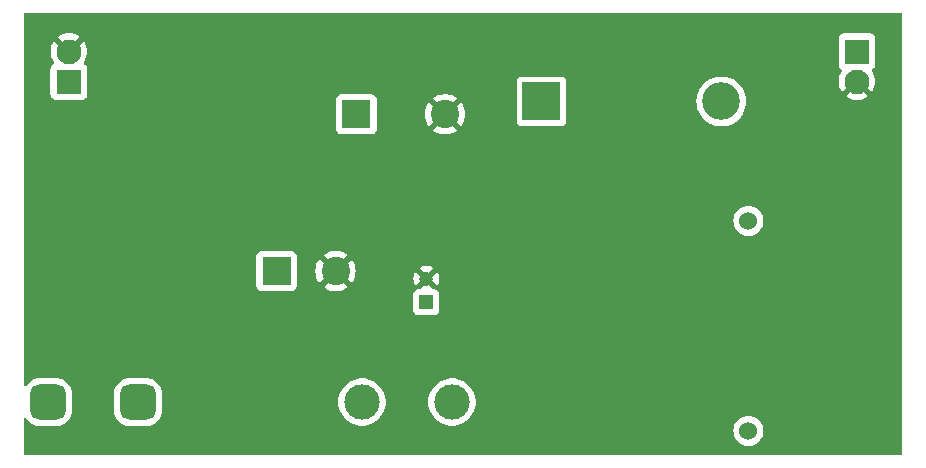
<source format=gbr>
%TF.GenerationSoftware,KiCad,Pcbnew,7.0.7*%
%TF.CreationDate,2023-09-13T14:32:16-04:00*%
%TF.ProjectId,Alim5,416c696d-352e-46b6-9963-61645f706362,rev?*%
%TF.SameCoordinates,Original*%
%TF.FileFunction,Copper,L4,Bot*%
%TF.FilePolarity,Positive*%
%FSLAX46Y46*%
G04 Gerber Fmt 4.6, Leading zero omitted, Abs format (unit mm)*
G04 Created by KiCad (PCBNEW 7.0.7) date 2023-09-13 14:32:16*
%MOMM*%
%LPD*%
G01*
G04 APERTURE LIST*
G04 Aperture macros list*
%AMRoundRect*
0 Rectangle with rounded corners*
0 $1 Rounding radius*
0 $2 $3 $4 $5 $6 $7 $8 $9 X,Y pos of 4 corners*
0 Add a 4 corners polygon primitive as box body*
4,1,4,$2,$3,$4,$5,$6,$7,$8,$9,$2,$3,0*
0 Add four circle primitives for the rounded corners*
1,1,$1+$1,$2,$3*
1,1,$1+$1,$4,$5*
1,1,$1+$1,$6,$7*
1,1,$1+$1,$8,$9*
0 Add four rect primitives between the rounded corners*
20,1,$1+$1,$2,$3,$4,$5,0*
20,1,$1+$1,$4,$5,$6,$7,0*
20,1,$1+$1,$6,$7,$8,$9,0*
20,1,$1+$1,$8,$9,$2,$3,0*%
G04 Aperture macros list end*
%TA.AperFunction,ComponentPad*%
%ADD10C,1.524000*%
%TD*%
%TA.AperFunction,ComponentPad*%
%ADD11R,2.100000X2.100000*%
%TD*%
%TA.AperFunction,ComponentPad*%
%ADD12C,2.100000*%
%TD*%
%TA.AperFunction,ComponentPad*%
%ADD13RoundRect,0.750000X-0.750000X-0.750000X0.750000X-0.750000X0.750000X0.750000X-0.750000X0.750000X0*%
%TD*%
%TA.AperFunction,ComponentPad*%
%ADD14C,3.000000*%
%TD*%
%TA.AperFunction,ComponentPad*%
%ADD15R,2.400000X2.400000*%
%TD*%
%TA.AperFunction,ComponentPad*%
%ADD16C,2.400000*%
%TD*%
%TA.AperFunction,ComponentPad*%
%ADD17R,3.200000X3.200000*%
%TD*%
%TA.AperFunction,ComponentPad*%
%ADD18O,3.200000X3.200000*%
%TD*%
%TA.AperFunction,ComponentPad*%
%ADD19R,1.200000X1.200000*%
%TD*%
%TA.AperFunction,ComponentPad*%
%ADD20C,1.200000*%
%TD*%
%TA.AperFunction,ViaPad*%
%ADD21C,0.800000*%
%TD*%
%TA.AperFunction,Conductor*%
%ADD22C,0.250000*%
%TD*%
G04 APERTURE END LIST*
D10*
%TO.P,L1,1,1*%
%TO.N,Net-(U1-Ipk_Sense)*%
X166150000Y-121142000D03*
%TO.P,L1,2,2*%
%TO.N,Net-(D1-A)*%
X166150000Y-103362000D03*
%TD*%
D11*
%TO.P,J3,1,Pin_1*%
%TO.N,Net-(D1-K)*%
X175340000Y-89030000D03*
D12*
%TO.P,J3,2,Pin_2*%
%TO.N,GND*%
X175340000Y-91570000D03*
%TD*%
D13*
%TO.P,F1,1*%
%TO.N,Net-(J1-Pin_1)*%
X106850000Y-118700000D03*
X114470000Y-118700000D03*
D14*
%TO.P,F1,2*%
%TO.N,Net-(U1-VCC)*%
X133440000Y-118700000D03*
X141060000Y-118700000D03*
%TD*%
D15*
%TO.P,C1,1*%
%TO.N,Net-(U1-VCC)*%
X126200000Y-107610000D03*
D16*
%TO.P,C1,2*%
%TO.N,GND*%
X131200000Y-107610000D03*
%TD*%
D17*
%TO.P,D1,1,K*%
%TO.N,Net-(D1-K)*%
X148630000Y-93250000D03*
D18*
%TO.P,D1,2,A*%
%TO.N,Net-(D1-A)*%
X163870000Y-93250000D03*
%TD*%
D11*
%TO.P,J1,1,Pin_1*%
%TO.N,Net-(J1-Pin_1)*%
X108620000Y-91570000D03*
D12*
%TO.P,J1,2,Pin_2*%
%TO.N,GND*%
X108620000Y-89030000D03*
%TD*%
D15*
%TO.P,C3,1*%
%TO.N,Net-(D1-K)*%
X132967246Y-94330000D03*
D16*
%TO.P,C3,2*%
%TO.N,GND*%
X140467246Y-94330000D03*
%TD*%
D19*
%TO.P,C2,1*%
%TO.N,Net-(U1-timing_capacitor)*%
X138890000Y-110252600D03*
D20*
%TO.P,C2,2*%
%TO.N,GND*%
X138890000Y-108252600D03*
%TD*%
D21*
%TO.N,GND*%
X128624803Y-95700000D03*
X128624803Y-115700000D03*
X144460000Y-108780000D03*
X118624803Y-95700000D03*
X168624803Y-100700000D03*
X150070000Y-107510000D03*
X153624803Y-115700000D03*
X173624803Y-120700000D03*
X153624803Y-95700000D03*
X163624803Y-115700000D03*
X158624803Y-115700000D03*
X108624803Y-105700000D03*
X168624803Y-95700000D03*
X123624803Y-120700000D03*
X108624803Y-110700000D03*
X143624803Y-100700000D03*
X148624803Y-90700000D03*
X163624803Y-120700000D03*
X138624803Y-115700000D03*
X123624803Y-115700000D03*
X173624803Y-110700000D03*
X158624803Y-95700000D03*
X118624803Y-120700000D03*
X113624803Y-95700000D03*
X128624803Y-90700000D03*
X163624803Y-100700000D03*
X118624803Y-105700000D03*
X118624803Y-100700000D03*
X168624803Y-120700000D03*
X121710000Y-89030000D03*
X123624803Y-105700000D03*
X168624803Y-115700000D03*
X158624803Y-110700000D03*
X123624803Y-90700000D03*
X173624803Y-105700000D03*
X158624803Y-120700000D03*
X128624803Y-105700000D03*
X118624803Y-115700000D03*
X163624803Y-105700000D03*
X138624803Y-90700000D03*
X153624803Y-100700000D03*
X143624803Y-95700000D03*
X118624803Y-110700000D03*
X173624803Y-115700000D03*
X133624803Y-90700000D03*
X150070000Y-104970000D03*
X153624803Y-90700000D03*
X108624803Y-100700000D03*
X108624803Y-95700000D03*
X113624803Y-90700000D03*
X173624803Y-100700000D03*
X173624803Y-95700000D03*
X113624803Y-110700000D03*
X123624803Y-95700000D03*
X163624803Y-110700000D03*
X144460000Y-107510000D03*
X143624803Y-115700000D03*
X128624803Y-110700000D03*
X123624803Y-100700000D03*
X168624803Y-105700000D03*
X133624803Y-100700000D03*
X123624803Y-110700000D03*
X143624803Y-120700000D03*
X138624803Y-105700000D03*
X133624803Y-110700000D03*
X138624803Y-100700000D03*
X113624803Y-105700000D03*
X143624803Y-90700000D03*
X148624803Y-110700000D03*
X150070000Y-108780000D03*
X158624803Y-90700000D03*
X113624803Y-115700000D03*
X148624803Y-120700000D03*
X148624803Y-100700000D03*
X133624803Y-105700000D03*
X128624803Y-120700000D03*
X163624803Y-90700000D03*
X144460000Y-104970000D03*
X108624803Y-115700000D03*
X113624803Y-100700000D03*
X138624803Y-120700000D03*
X168624803Y-90700000D03*
X128624803Y-100700000D03*
X158624803Y-100700000D03*
X150070000Y-106240000D03*
X158624803Y-105700000D03*
X148624803Y-115700000D03*
X133624803Y-115700000D03*
X168624803Y-110700000D03*
%TD*%
D22*
%TO.N,GND*%
X150070000Y-106240000D02*
X150070000Y-106280000D01*
%TD*%
%TA.AperFunction,Conductor*%
%TO.N,GND*%
G36*
X179132539Y-85770185D02*
G01*
X179178294Y-85822989D01*
X179189500Y-85874500D01*
X179189500Y-123095500D01*
X179169815Y-123162539D01*
X179117011Y-123208294D01*
X179065500Y-123219500D01*
X104904500Y-123219500D01*
X104837461Y-123199815D01*
X104791706Y-123147011D01*
X104780500Y-123095500D01*
X104780500Y-121142002D01*
X164874647Y-121142002D01*
X164894021Y-121363457D01*
X164894022Y-121363465D01*
X164951558Y-121578191D01*
X164951559Y-121578193D01*
X164951560Y-121578196D01*
X164998536Y-121678936D01*
X165045511Y-121779676D01*
X165045512Y-121779677D01*
X165173023Y-121961781D01*
X165330219Y-122118977D01*
X165512323Y-122246488D01*
X165713804Y-122340440D01*
X165928537Y-122397978D01*
X166086724Y-122411817D01*
X166149998Y-122417353D01*
X166150000Y-122417353D01*
X166150002Y-122417353D01*
X166205365Y-122412509D01*
X166371463Y-122397978D01*
X166586196Y-122340440D01*
X166787677Y-122246488D01*
X166969781Y-122118977D01*
X167126977Y-121961781D01*
X167254488Y-121779677D01*
X167348440Y-121578196D01*
X167405978Y-121363463D01*
X167425353Y-121142000D01*
X167405978Y-120920537D01*
X167348440Y-120705804D01*
X167254488Y-120504324D01*
X167254486Y-120504321D01*
X167254485Y-120504319D01*
X167126978Y-120322220D01*
X167064560Y-120259802D01*
X166969781Y-120165023D01*
X166787677Y-120037512D01*
X166787678Y-120037512D01*
X166787676Y-120037511D01*
X166643973Y-119970502D01*
X166586196Y-119943560D01*
X166586193Y-119943559D01*
X166586191Y-119943558D01*
X166371465Y-119886022D01*
X166371457Y-119886021D01*
X166150002Y-119866647D01*
X166149998Y-119866647D01*
X165928542Y-119886021D01*
X165928535Y-119886022D01*
X165713800Y-119943561D01*
X165512323Y-120037512D01*
X165512319Y-120037514D01*
X165330217Y-120165023D01*
X165173023Y-120322217D01*
X165045514Y-120504319D01*
X165045512Y-120504323D01*
X164951561Y-120705800D01*
X164894022Y-120920535D01*
X164894021Y-120920542D01*
X164874647Y-121141997D01*
X164874647Y-121142002D01*
X104780500Y-121142002D01*
X104780500Y-120152034D01*
X104800185Y-120084995D01*
X104852989Y-120039240D01*
X104922147Y-120029296D01*
X104985703Y-120058321D01*
X105006428Y-120081418D01*
X105130014Y-120259803D01*
X105290196Y-120419985D01*
X105476404Y-120548991D01*
X105476405Y-120548991D01*
X105476409Y-120548994D01*
X105581995Y-120596953D01*
X105682661Y-120642678D01*
X105682662Y-120642678D01*
X105682664Y-120642679D01*
X105902331Y-120698030D01*
X106017270Y-120707075D01*
X106035362Y-120708500D01*
X106035364Y-120708500D01*
X107664638Y-120708500D01*
X107681577Y-120707166D01*
X107797669Y-120698030D01*
X108017336Y-120642679D01*
X108223591Y-120548994D01*
X108409802Y-120419986D01*
X108569986Y-120259802D01*
X108698994Y-120073591D01*
X108792679Y-119867336D01*
X108848030Y-119647669D01*
X108858500Y-119514638D01*
X112461500Y-119514638D01*
X112471970Y-119647668D01*
X112527321Y-119867338D01*
X112621008Y-120073595D01*
X112750014Y-120259803D01*
X112910196Y-120419985D01*
X113096404Y-120548991D01*
X113096405Y-120548991D01*
X113096409Y-120548994D01*
X113201995Y-120596953D01*
X113302661Y-120642678D01*
X113302662Y-120642678D01*
X113302664Y-120642679D01*
X113522331Y-120698030D01*
X113637270Y-120707075D01*
X113655362Y-120708500D01*
X113655364Y-120708500D01*
X115284638Y-120708500D01*
X115301577Y-120707166D01*
X115417669Y-120698030D01*
X115637336Y-120642679D01*
X115843591Y-120548994D01*
X116029802Y-120419986D01*
X116189986Y-120259802D01*
X116318994Y-120073591D01*
X116412679Y-119867336D01*
X116468030Y-119647669D01*
X116478500Y-119514636D01*
X116478500Y-118700000D01*
X131426807Y-118700000D01*
X131445557Y-118974130D01*
X131445558Y-118974132D01*
X131501458Y-119243141D01*
X131501463Y-119243158D01*
X131593476Y-119502056D01*
X131719889Y-119746024D01*
X131719893Y-119746030D01*
X131878340Y-119970499D01*
X131878343Y-119970502D01*
X132065889Y-120171314D01*
X132279031Y-120344718D01*
X132279033Y-120344719D01*
X132279034Y-120344720D01*
X132513801Y-120487485D01*
X132655403Y-120548991D01*
X132765823Y-120596953D01*
X133030404Y-120671085D01*
X133269720Y-120703978D01*
X133302614Y-120708500D01*
X133302615Y-120708500D01*
X133577386Y-120708500D01*
X133606733Y-120704466D01*
X133849596Y-120671085D01*
X134114177Y-120596953D01*
X134366200Y-120487484D01*
X134600969Y-120344718D01*
X134814111Y-120171314D01*
X135001657Y-119970502D01*
X135160111Y-119746023D01*
X135286523Y-119502058D01*
X135378538Y-119243153D01*
X135378539Y-119243146D01*
X135378541Y-119243141D01*
X135404491Y-119118259D01*
X135434442Y-118974130D01*
X135453193Y-118700000D01*
X135453193Y-118699999D01*
X139046807Y-118699999D01*
X139065557Y-118974130D01*
X139065558Y-118974132D01*
X139121458Y-119243141D01*
X139121463Y-119243158D01*
X139213476Y-119502056D01*
X139339889Y-119746024D01*
X139339893Y-119746030D01*
X139498340Y-119970499D01*
X139498343Y-119970502D01*
X139685889Y-120171314D01*
X139899031Y-120344718D01*
X139899033Y-120344719D01*
X139899034Y-120344720D01*
X140133801Y-120487485D01*
X140275403Y-120548991D01*
X140385823Y-120596953D01*
X140650404Y-120671085D01*
X140889720Y-120703978D01*
X140922614Y-120708500D01*
X140922615Y-120708500D01*
X141197386Y-120708500D01*
X141226733Y-120704466D01*
X141469596Y-120671085D01*
X141734177Y-120596953D01*
X141986200Y-120487484D01*
X142220969Y-120344718D01*
X142434111Y-120171314D01*
X142621657Y-119970502D01*
X142780111Y-119746023D01*
X142906523Y-119502058D01*
X142998538Y-119243153D01*
X142998539Y-119243146D01*
X142998541Y-119243141D01*
X143024491Y-119118259D01*
X143054442Y-118974130D01*
X143073193Y-118700000D01*
X143054442Y-118425870D01*
X143035141Y-118332989D01*
X142998541Y-118156858D01*
X142998536Y-118156841D01*
X142906523Y-117897943D01*
X142906523Y-117897942D01*
X142780111Y-117653977D01*
X142780110Y-117653975D01*
X142780106Y-117653969D01*
X142621659Y-117429500D01*
X142525378Y-117326409D01*
X142434111Y-117228686D01*
X142220969Y-117055282D01*
X142220967Y-117055281D01*
X142220965Y-117055279D01*
X141986198Y-116912514D01*
X141734178Y-116803047D01*
X141469602Y-116728916D01*
X141469597Y-116728915D01*
X141469596Y-116728915D01*
X141273559Y-116701970D01*
X141197386Y-116691500D01*
X141197385Y-116691500D01*
X140922615Y-116691500D01*
X140922614Y-116691500D01*
X140650404Y-116728915D01*
X140650397Y-116728916D01*
X140385821Y-116803047D01*
X140133801Y-116912514D01*
X139899034Y-117055279D01*
X139685892Y-117228683D01*
X139498340Y-117429500D01*
X139339893Y-117653969D01*
X139339889Y-117653975D01*
X139213476Y-117897943D01*
X139121463Y-118156841D01*
X139121458Y-118156858D01*
X139065558Y-118425867D01*
X139065557Y-118425869D01*
X139046807Y-118699999D01*
X135453193Y-118699999D01*
X135434442Y-118425870D01*
X135415141Y-118332989D01*
X135378541Y-118156858D01*
X135378536Y-118156841D01*
X135286523Y-117897943D01*
X135286523Y-117897942D01*
X135160111Y-117653977D01*
X135160110Y-117653975D01*
X135160106Y-117653969D01*
X135001659Y-117429500D01*
X134905378Y-117326409D01*
X134814111Y-117228686D01*
X134600969Y-117055282D01*
X134600967Y-117055281D01*
X134600965Y-117055279D01*
X134366198Y-116912514D01*
X134114178Y-116803047D01*
X133849602Y-116728916D01*
X133849597Y-116728915D01*
X133849596Y-116728915D01*
X133653559Y-116701970D01*
X133577386Y-116691500D01*
X133577385Y-116691500D01*
X133302615Y-116691500D01*
X133302614Y-116691500D01*
X133030404Y-116728915D01*
X133030397Y-116728916D01*
X132765821Y-116803047D01*
X132513801Y-116912514D01*
X132279034Y-117055279D01*
X132065892Y-117228683D01*
X131878340Y-117429500D01*
X131719893Y-117653969D01*
X131719889Y-117653975D01*
X131593476Y-117897943D01*
X131501463Y-118156841D01*
X131501458Y-118156858D01*
X131445558Y-118425867D01*
X131445557Y-118425869D01*
X131426807Y-118700000D01*
X116478500Y-118700000D01*
X116478500Y-117885364D01*
X116468030Y-117752331D01*
X116412679Y-117532664D01*
X116318994Y-117326409D01*
X116313571Y-117318582D01*
X116189985Y-117140196D01*
X116029802Y-116980014D01*
X116029803Y-116980014D01*
X115843595Y-116851008D01*
X115637338Y-116757321D01*
X115490891Y-116720420D01*
X115417669Y-116701970D01*
X115373324Y-116698480D01*
X115284638Y-116691500D01*
X115284636Y-116691500D01*
X113655364Y-116691500D01*
X113655362Y-116691500D01*
X113522331Y-116701970D01*
X113302661Y-116757321D01*
X113096404Y-116851008D01*
X112910196Y-116980014D01*
X112750014Y-117140196D01*
X112621008Y-117326404D01*
X112527321Y-117532661D01*
X112471970Y-117752331D01*
X112461500Y-117885362D01*
X112461500Y-119514638D01*
X108858500Y-119514638D01*
X108858500Y-119514636D01*
X108858500Y-117885364D01*
X108848030Y-117752331D01*
X108792679Y-117532664D01*
X108698994Y-117326409D01*
X108693571Y-117318582D01*
X108569985Y-117140196D01*
X108409802Y-116980014D01*
X108409803Y-116980014D01*
X108223595Y-116851008D01*
X108017338Y-116757321D01*
X107870891Y-116720420D01*
X107797669Y-116701970D01*
X107753324Y-116698480D01*
X107664638Y-116691500D01*
X107664636Y-116691500D01*
X106035364Y-116691500D01*
X106035362Y-116691500D01*
X105902331Y-116701970D01*
X105682661Y-116757321D01*
X105476404Y-116851008D01*
X105290196Y-116980014D01*
X105130016Y-117140194D01*
X105006428Y-117318582D01*
X104952069Y-117362478D01*
X104882607Y-117370017D01*
X104820096Y-117338806D01*
X104784383Y-117278753D01*
X104780500Y-117247965D01*
X104780500Y-110901254D01*
X137781500Y-110901254D01*
X137788011Y-110961802D01*
X137788011Y-110961804D01*
X137839110Y-111098804D01*
X137839111Y-111098804D01*
X137926739Y-111215861D01*
X138043796Y-111303489D01*
X138180799Y-111354589D01*
X138208050Y-111357518D01*
X138241345Y-111361099D01*
X138241362Y-111361100D01*
X139538638Y-111361100D01*
X139538654Y-111361099D01*
X139565692Y-111358191D01*
X139599201Y-111354589D01*
X139736204Y-111303489D01*
X139853261Y-111215861D01*
X139940889Y-111098804D01*
X139991989Y-110961801D01*
X139995591Y-110928292D01*
X139998499Y-110901254D01*
X139998500Y-110901237D01*
X139998500Y-109603962D01*
X139998499Y-109603945D01*
X139995157Y-109572870D01*
X139991989Y-109543399D01*
X139940889Y-109406396D01*
X139853261Y-109289339D01*
X139736204Y-109201711D01*
X139723362Y-109196921D01*
X139599203Y-109150611D01*
X139538654Y-109144100D01*
X139538638Y-109144100D01*
X139479309Y-109144100D01*
X139412270Y-109124415D01*
X139391628Y-109107781D01*
X139000263Y-108716416D01*
X138966778Y-108655093D01*
X138971762Y-108585401D01*
X139013634Y-108529468D01*
X139022658Y-108523313D01*
X139095610Y-108478143D01*
X139163201Y-108388638D01*
X139163200Y-108388638D01*
X139170126Y-108379468D01*
X139173540Y-108382046D01*
X139205721Y-108347273D01*
X139273368Y-108329790D01*
X139339728Y-108351656D01*
X139356995Y-108366043D01*
X139827465Y-108836512D01*
X139829247Y-108834152D01*
X139829249Y-108834150D01*
X139920113Y-108651669D01*
X139920116Y-108651663D01*
X139975902Y-108455592D01*
X139975903Y-108455589D01*
X139994713Y-108252600D01*
X139994713Y-108252599D01*
X139975903Y-108049610D01*
X139975902Y-108049607D01*
X139920116Y-107853536D01*
X139920113Y-107853530D01*
X139829244Y-107671041D01*
X139827466Y-107668686D01*
X139827465Y-107668685D01*
X139353119Y-108143032D01*
X139291796Y-108176517D01*
X139222104Y-108171533D01*
X139166171Y-108129661D01*
X139154440Y-108110628D01*
X139133552Y-108068678D01*
X139050666Y-107993116D01*
X139044511Y-107990731D01*
X138989110Y-107948161D01*
X138965518Y-107882395D01*
X138981228Y-107814314D01*
X139001623Y-107787424D01*
X139470688Y-107318358D01*
X139470687Y-107318357D01*
X139382418Y-107263704D01*
X139382411Y-107263700D01*
X139192321Y-107190060D01*
X138991928Y-107152600D01*
X138788072Y-107152600D01*
X138587678Y-107190060D01*
X138397588Y-107263700D01*
X138397584Y-107263702D01*
X138309310Y-107318358D01*
X138779736Y-107788783D01*
X138813221Y-107850106D01*
X138808237Y-107919797D01*
X138766366Y-107975731D01*
X138757334Y-107981890D01*
X138684390Y-108027056D01*
X138609874Y-108125732D01*
X138606484Y-108123172D01*
X138574007Y-108158088D01*
X138506315Y-108175398D01*
X138440011Y-108153363D01*
X138423004Y-108139156D01*
X137952533Y-107668685D01*
X137952532Y-107668685D01*
X137950756Y-107671039D01*
X137950754Y-107671042D01*
X137859886Y-107853530D01*
X137859883Y-107853536D01*
X137804097Y-108049607D01*
X137804096Y-108049610D01*
X137785287Y-108252599D01*
X137785287Y-108252600D01*
X137804096Y-108455589D01*
X137804097Y-108455592D01*
X137859883Y-108651663D01*
X137859886Y-108651669D01*
X137950754Y-108834156D01*
X137950755Y-108834157D01*
X137952533Y-108836512D01*
X138426879Y-108362166D01*
X138488202Y-108328681D01*
X138557893Y-108333665D01*
X138613827Y-108375536D01*
X138625560Y-108394574D01*
X138646448Y-108436522D01*
X138729334Y-108512084D01*
X138735488Y-108514468D01*
X138790890Y-108557041D01*
X138814481Y-108622807D01*
X138798770Y-108690888D01*
X138778376Y-108717776D01*
X138388372Y-109107781D01*
X138327049Y-109141266D01*
X138300691Y-109144100D01*
X138241345Y-109144100D01*
X138180797Y-109150611D01*
X138180795Y-109150611D01*
X138043795Y-109201711D01*
X137926739Y-109289339D01*
X137839111Y-109406395D01*
X137788011Y-109543395D01*
X137788011Y-109543397D01*
X137781500Y-109603945D01*
X137781500Y-110901254D01*
X104780500Y-110901254D01*
X104780500Y-108858654D01*
X124491500Y-108858654D01*
X124498011Y-108919202D01*
X124498011Y-108919204D01*
X124549110Y-109056204D01*
X124549111Y-109056204D01*
X124636739Y-109173261D01*
X124753796Y-109260889D01*
X124830073Y-109289339D01*
X124885463Y-109309999D01*
X124890799Y-109311989D01*
X124918050Y-109314918D01*
X124951345Y-109318499D01*
X124951362Y-109318500D01*
X127448638Y-109318500D01*
X127448654Y-109318499D01*
X127475692Y-109315591D01*
X127509201Y-109311989D01*
X127514537Y-109309999D01*
X127523768Y-109306555D01*
X127646204Y-109260889D01*
X127763261Y-109173261D01*
X127850889Y-109056204D01*
X127901989Y-108919201D01*
X127905591Y-108885692D01*
X127908499Y-108858654D01*
X127908499Y-108858647D01*
X127908500Y-108858638D01*
X127908500Y-107610004D01*
X129495233Y-107610004D01*
X129514273Y-107864079D01*
X129570968Y-108112477D01*
X129570973Y-108112494D01*
X129664058Y-108349671D01*
X129664057Y-108349671D01*
X129791457Y-108570332D01*
X129833452Y-108622993D01*
X130518590Y-107937855D01*
X130579913Y-107904370D01*
X130649604Y-107909354D01*
X130704645Y-107950049D01*
X130737692Y-107993116D01*
X130772075Y-108037925D01*
X130859948Y-108105353D01*
X130901150Y-108161781D01*
X130905305Y-108231527D01*
X130872142Y-108291409D01*
X130186813Y-108976737D01*
X130347623Y-109086375D01*
X130347624Y-109086376D01*
X130577176Y-109196921D01*
X130577174Y-109196921D01*
X130820652Y-109272024D01*
X130820658Y-109272026D01*
X131072595Y-109309999D01*
X131072604Y-109310000D01*
X131327396Y-109310000D01*
X131327404Y-109309999D01*
X131579341Y-109272026D01*
X131579347Y-109272024D01*
X131822824Y-109196921D01*
X132052381Y-109086373D01*
X132213185Y-108976737D01*
X131527856Y-108291409D01*
X131494371Y-108230086D01*
X131499355Y-108160395D01*
X131540049Y-108105353D01*
X131627925Y-108037925D01*
X131695354Y-107950048D01*
X131751779Y-107908848D01*
X131821525Y-107904693D01*
X131881409Y-107937856D01*
X132566545Y-108622993D01*
X132608545Y-108570327D01*
X132735941Y-108349671D01*
X132829026Y-108112494D01*
X132829031Y-108112477D01*
X132885726Y-107864079D01*
X132904767Y-107610004D01*
X132904767Y-107609995D01*
X132885726Y-107355920D01*
X132829031Y-107107522D01*
X132829026Y-107107505D01*
X132735941Y-106870328D01*
X132735942Y-106870328D01*
X132608544Y-106649671D01*
X132566545Y-106597005D01*
X131881409Y-107282142D01*
X131820086Y-107315627D01*
X131750394Y-107310643D01*
X131695353Y-107269948D01*
X131627925Y-107182075D01*
X131589512Y-107152600D01*
X131540049Y-107114645D01*
X131498847Y-107058219D01*
X131494692Y-106988473D01*
X131527855Y-106928590D01*
X132213185Y-106243261D01*
X132052377Y-106133624D01*
X132052376Y-106133623D01*
X131822823Y-106023078D01*
X131822825Y-106023078D01*
X131579347Y-105947975D01*
X131579341Y-105947973D01*
X131327404Y-105910000D01*
X131072595Y-105910000D01*
X130820658Y-105947973D01*
X130820652Y-105947975D01*
X130577175Y-106023078D01*
X130347624Y-106133623D01*
X130347616Y-106133628D01*
X130186813Y-106243261D01*
X130872143Y-106928590D01*
X130905628Y-106989913D01*
X130900644Y-107059604D01*
X130859949Y-107114646D01*
X130772075Y-107182074D01*
X130772074Y-107182075D01*
X130704646Y-107269949D01*
X130648218Y-107311151D01*
X130578472Y-107315306D01*
X130518590Y-107282143D01*
X129833453Y-106597006D01*
X129791455Y-106649670D01*
X129664058Y-106870328D01*
X129570973Y-107107505D01*
X129570968Y-107107522D01*
X129514273Y-107355920D01*
X129495233Y-107609995D01*
X129495233Y-107610004D01*
X127908500Y-107610004D01*
X127908500Y-106361362D01*
X127908499Y-106361352D01*
X127908499Y-106361345D01*
X127905157Y-106330270D01*
X127901989Y-106300799D01*
X127850889Y-106163796D01*
X127763261Y-106046739D01*
X127646204Y-105959111D01*
X127616348Y-105947975D01*
X127509203Y-105908011D01*
X127448654Y-105901500D01*
X127448638Y-105901500D01*
X124951362Y-105901500D01*
X124951345Y-105901500D01*
X124890797Y-105908011D01*
X124890795Y-105908011D01*
X124753795Y-105959111D01*
X124636739Y-106046739D01*
X124549111Y-106163795D01*
X124498011Y-106300795D01*
X124498011Y-106300797D01*
X124491500Y-106361345D01*
X124491500Y-108858654D01*
X104780500Y-108858654D01*
X104780500Y-103362002D01*
X164874647Y-103362002D01*
X164894021Y-103583457D01*
X164894022Y-103583465D01*
X164951558Y-103798191D01*
X164951559Y-103798193D01*
X164951560Y-103798196D01*
X164998536Y-103898936D01*
X165045511Y-103999676D01*
X165045512Y-103999677D01*
X165173023Y-104181781D01*
X165330219Y-104338977D01*
X165512323Y-104466488D01*
X165713804Y-104560440D01*
X165928537Y-104617978D01*
X166086724Y-104631817D01*
X166149998Y-104637353D01*
X166150000Y-104637353D01*
X166150002Y-104637353D01*
X166205365Y-104632509D01*
X166371463Y-104617978D01*
X166586196Y-104560440D01*
X166787677Y-104466488D01*
X166969781Y-104338977D01*
X167126977Y-104181781D01*
X167254488Y-103999677D01*
X167348440Y-103798196D01*
X167405978Y-103583463D01*
X167425353Y-103362000D01*
X167405978Y-103140537D01*
X167348440Y-102925804D01*
X167254488Y-102724324D01*
X167254486Y-102724321D01*
X167254485Y-102724319D01*
X167126978Y-102542220D01*
X167126975Y-102542217D01*
X166969781Y-102385023D01*
X166787677Y-102257512D01*
X166787678Y-102257512D01*
X166787676Y-102257511D01*
X166686936Y-102210535D01*
X166586196Y-102163560D01*
X166586193Y-102163559D01*
X166586191Y-102163558D01*
X166371465Y-102106022D01*
X166371457Y-102106021D01*
X166150002Y-102086647D01*
X166149998Y-102086647D01*
X165928542Y-102106021D01*
X165928535Y-102106022D01*
X165713800Y-102163561D01*
X165512323Y-102257512D01*
X165512319Y-102257514D01*
X165330217Y-102385023D01*
X165173023Y-102542217D01*
X165045514Y-102724319D01*
X165045512Y-102724323D01*
X164951561Y-102925800D01*
X164894022Y-103140535D01*
X164894021Y-103140542D01*
X164874647Y-103361997D01*
X164874647Y-103362002D01*
X104780500Y-103362002D01*
X104780500Y-95578654D01*
X131258746Y-95578654D01*
X131265257Y-95639202D01*
X131265257Y-95639204D01*
X131316357Y-95776204D01*
X131403985Y-95893261D01*
X131521042Y-95980889D01*
X131636195Y-96023839D01*
X131652709Y-96029999D01*
X131658045Y-96031989D01*
X131685296Y-96034918D01*
X131718591Y-96038499D01*
X131718608Y-96038500D01*
X134215884Y-96038500D01*
X134215900Y-96038499D01*
X134242938Y-96035591D01*
X134276447Y-96031989D01*
X134281783Y-96029999D01*
X134291014Y-96026555D01*
X134413450Y-95980889D01*
X134530507Y-95893261D01*
X134618135Y-95776204D01*
X134669235Y-95639201D01*
X134672837Y-95605692D01*
X134675745Y-95578654D01*
X134675746Y-95578637D01*
X134675746Y-94330004D01*
X138762479Y-94330004D01*
X138781519Y-94584079D01*
X138838214Y-94832477D01*
X138838219Y-94832494D01*
X138931304Y-95069671D01*
X138931303Y-95069671D01*
X139058703Y-95290332D01*
X139100698Y-95342993D01*
X139785836Y-94657855D01*
X139847159Y-94624370D01*
X139916850Y-94629354D01*
X139971891Y-94670049D01*
X140039321Y-94757924D01*
X140039321Y-94757925D01*
X140127194Y-94825353D01*
X140168396Y-94881781D01*
X140172551Y-94951527D01*
X140139388Y-95011409D01*
X139454059Y-95696737D01*
X139614869Y-95806375D01*
X139614870Y-95806376D01*
X139844422Y-95916921D01*
X139844420Y-95916921D01*
X140087898Y-95992024D01*
X140087904Y-95992026D01*
X140339841Y-96029999D01*
X140339850Y-96030000D01*
X140594642Y-96030000D01*
X140594650Y-96029999D01*
X140846587Y-95992026D01*
X140846593Y-95992024D01*
X141090070Y-95916921D01*
X141319627Y-95806373D01*
X141480431Y-95696737D01*
X140795102Y-95011409D01*
X140761617Y-94950086D01*
X140766601Y-94880395D01*
X140807295Y-94825353D01*
X140895171Y-94757925D01*
X140962600Y-94670048D01*
X141019025Y-94628848D01*
X141088771Y-94624693D01*
X141148655Y-94657856D01*
X141833791Y-95342993D01*
X141875791Y-95290327D01*
X142003187Y-95069671D01*
X142070306Y-94898654D01*
X146521500Y-94898654D01*
X146528011Y-94959202D01*
X146528011Y-94959204D01*
X146579110Y-95096204D01*
X146579111Y-95096204D01*
X146666739Y-95213261D01*
X146783796Y-95300889D01*
X146920799Y-95351989D01*
X146948050Y-95354918D01*
X146981345Y-95358499D01*
X146981362Y-95358500D01*
X150278638Y-95358500D01*
X150278654Y-95358499D01*
X150305692Y-95355591D01*
X150339201Y-95351989D01*
X150476204Y-95300889D01*
X150593261Y-95213261D01*
X150680889Y-95096204D01*
X150731989Y-94959201D01*
X150736789Y-94914556D01*
X150738499Y-94898654D01*
X150738500Y-94898637D01*
X150738500Y-93250000D01*
X161756573Y-93250000D01*
X161776257Y-93537778D01*
X161776258Y-93537780D01*
X161834941Y-93820185D01*
X161834946Y-93820201D01*
X161911509Y-94035627D01*
X161931541Y-94091992D01*
X162064247Y-94348103D01*
X162230591Y-94583758D01*
X162230595Y-94583762D01*
X162230595Y-94583763D01*
X162427477Y-94794571D01*
X162593942Y-94930000D01*
X162651228Y-94976606D01*
X162897686Y-95126481D01*
X162897688Y-95126482D01*
X162897690Y-95126483D01*
X163074065Y-95203093D01*
X163162256Y-95241400D01*
X163440011Y-95319223D01*
X163678404Y-95351989D01*
X163725774Y-95358500D01*
X163725775Y-95358500D01*
X164014226Y-95358500D01*
X164061596Y-95351989D01*
X164299989Y-95319223D01*
X164577744Y-95241400D01*
X164842314Y-95126481D01*
X165088772Y-94976606D01*
X165312526Y-94794568D01*
X165509409Y-94583758D01*
X165675753Y-94348103D01*
X165808459Y-94091992D01*
X165905055Y-93820196D01*
X165905055Y-93820191D01*
X165905058Y-93820185D01*
X165952822Y-93590328D01*
X165963742Y-93537778D01*
X165983427Y-93250000D01*
X165963742Y-92962222D01*
X165941175Y-92853623D01*
X165905058Y-92679814D01*
X165905053Y-92679798D01*
X165808459Y-92408009D01*
X165808459Y-92408008D01*
X165675753Y-92151897D01*
X165509409Y-91916242D01*
X165509404Y-91916236D01*
X165312522Y-91705428D01*
X165088771Y-91523393D01*
X164842309Y-91373516D01*
X164577745Y-91258600D01*
X164299995Y-91180778D01*
X164299990Y-91180777D01*
X164299989Y-91180777D01*
X164157106Y-91161138D01*
X164014226Y-91141500D01*
X164014225Y-91141500D01*
X163725775Y-91141500D01*
X163725774Y-91141500D01*
X163440011Y-91180777D01*
X163440004Y-91180778D01*
X163162254Y-91258600D01*
X162897690Y-91373516D01*
X162651228Y-91523393D01*
X162427477Y-91705428D01*
X162230595Y-91916236D01*
X162230595Y-91916237D01*
X162230592Y-91916239D01*
X162230591Y-91916242D01*
X162171008Y-92000651D01*
X162064247Y-92151896D01*
X161931540Y-92408009D01*
X161834946Y-92679798D01*
X161834941Y-92679814D01*
X161776258Y-92962219D01*
X161776257Y-92962221D01*
X161756573Y-93250000D01*
X150738500Y-93250000D01*
X150738500Y-91601362D01*
X150738499Y-91601345D01*
X150735128Y-91570000D01*
X150731989Y-91540799D01*
X150725497Y-91523394D01*
X150700751Y-91457047D01*
X150680889Y-91403796D01*
X150593261Y-91286739D01*
X150476204Y-91199111D01*
X150454635Y-91191066D01*
X150339203Y-91148011D01*
X150278654Y-91141500D01*
X150278638Y-91141500D01*
X146981362Y-91141500D01*
X146981345Y-91141500D01*
X146920797Y-91148011D01*
X146920795Y-91148011D01*
X146783795Y-91199111D01*
X146666739Y-91286739D01*
X146579111Y-91403795D01*
X146528011Y-91540795D01*
X146528011Y-91540797D01*
X146521500Y-91601345D01*
X146521500Y-94898654D01*
X142070306Y-94898654D01*
X142096272Y-94832494D01*
X142096277Y-94832477D01*
X142152972Y-94584079D01*
X142172013Y-94330004D01*
X142172013Y-94329995D01*
X142152972Y-94075920D01*
X142096277Y-93827522D01*
X142096272Y-93827505D01*
X142003187Y-93590328D01*
X142003188Y-93590328D01*
X141875790Y-93369671D01*
X141833791Y-93317005D01*
X141148655Y-94002142D01*
X141087332Y-94035627D01*
X141017640Y-94030643D01*
X140962599Y-93989948D01*
X140895171Y-93902075D01*
X140895171Y-93902074D01*
X140807295Y-93834645D01*
X140766093Y-93778219D01*
X140761938Y-93708473D01*
X140795101Y-93648590D01*
X141480431Y-92963261D01*
X141319623Y-92853624D01*
X141319622Y-92853623D01*
X141090069Y-92743078D01*
X141090071Y-92743078D01*
X140846593Y-92667975D01*
X140846587Y-92667973D01*
X140594650Y-92630000D01*
X140339841Y-92630000D01*
X140087904Y-92667973D01*
X140087898Y-92667975D01*
X139844421Y-92743078D01*
X139614870Y-92853623D01*
X139614862Y-92853628D01*
X139454059Y-92963261D01*
X140139389Y-93648590D01*
X140172874Y-93709913D01*
X140167890Y-93779604D01*
X140127195Y-93834646D01*
X140039321Y-93902074D01*
X140039320Y-93902075D01*
X139971892Y-93989949D01*
X139915464Y-94031151D01*
X139845718Y-94035306D01*
X139785836Y-94002143D01*
X139100699Y-93317006D01*
X139058701Y-93369670D01*
X138931304Y-93590328D01*
X138838219Y-93827505D01*
X138838214Y-93827522D01*
X138781519Y-94075920D01*
X138762479Y-94329995D01*
X138762479Y-94330004D01*
X134675746Y-94330004D01*
X134675746Y-93081362D01*
X134675745Y-93081345D01*
X134672234Y-93048696D01*
X134669235Y-93020799D01*
X134618135Y-92883796D01*
X134530507Y-92766739D01*
X134413450Y-92679111D01*
X134383594Y-92667975D01*
X134276449Y-92628011D01*
X134215900Y-92621500D01*
X134215884Y-92621500D01*
X131718608Y-92621500D01*
X131718591Y-92621500D01*
X131658043Y-92628011D01*
X131658041Y-92628011D01*
X131521041Y-92679111D01*
X131403985Y-92766739D01*
X131316357Y-92883795D01*
X131265257Y-93020795D01*
X131265257Y-93020797D01*
X131258746Y-93081345D01*
X131258746Y-95578654D01*
X104780500Y-95578654D01*
X104780500Y-92668654D01*
X107061500Y-92668654D01*
X107068011Y-92729202D01*
X107068011Y-92729204D01*
X107114418Y-92853623D01*
X107119111Y-92866204D01*
X107206739Y-92983261D01*
X107323796Y-93070889D01*
X107460799Y-93121989D01*
X107486872Y-93124792D01*
X107521345Y-93128499D01*
X107521362Y-93128500D01*
X109718638Y-93128500D01*
X109718654Y-93128499D01*
X109745692Y-93125591D01*
X109779201Y-93121989D01*
X109916204Y-93070889D01*
X110033261Y-92983261D01*
X110120889Y-92866204D01*
X110171989Y-92729201D01*
X110175591Y-92695692D01*
X110178499Y-92668654D01*
X110178499Y-92668647D01*
X110178500Y-92668638D01*
X110178500Y-90471362D01*
X110178499Y-90471352D01*
X110178499Y-90471345D01*
X110175157Y-90440270D01*
X110171989Y-90410799D01*
X110120889Y-90273796D01*
X110033261Y-90156739D01*
X109995744Y-90128654D01*
X173781500Y-90128654D01*
X173788011Y-90189202D01*
X173788011Y-90189204D01*
X173839110Y-90326204D01*
X173839111Y-90326204D01*
X173926739Y-90443261D01*
X174032236Y-90522235D01*
X174074107Y-90578169D01*
X174079091Y-90647861D01*
X174063653Y-90686291D01*
X173954667Y-90864140D01*
X173861303Y-91089542D01*
X173804348Y-91326780D01*
X173785207Y-91570000D01*
X173804348Y-91813219D01*
X173861303Y-92050457D01*
X173954668Y-92275861D01*
X174078504Y-92477942D01*
X174691482Y-91864964D01*
X174752805Y-91831479D01*
X174822496Y-91836463D01*
X174878430Y-91878334D01*
X174881514Y-91883249D01*
X174881549Y-91883225D01*
X174886441Y-91890156D01*
X174989637Y-92000651D01*
X174989638Y-92000652D01*
X175024698Y-92021973D01*
X175071749Y-92073623D01*
X175083407Y-92142513D01*
X175055970Y-92206770D01*
X175047950Y-92215601D01*
X174432056Y-92831494D01*
X174634138Y-92955331D01*
X174859542Y-93048696D01*
X175096780Y-93105651D01*
X175096779Y-93105651D01*
X175339999Y-93124792D01*
X175583219Y-93105651D01*
X175820457Y-93048696D01*
X176045861Y-92955331D01*
X176247942Y-92831494D01*
X175633166Y-92216718D01*
X175599681Y-92155395D01*
X175604665Y-92085703D01*
X175642588Y-92032853D01*
X175745739Y-91948934D01*
X175796052Y-91877655D01*
X175850793Y-91834239D01*
X175920318Y-91827310D01*
X175982553Y-91859068D01*
X175985037Y-91861484D01*
X176601494Y-92477942D01*
X176725331Y-92275861D01*
X176818696Y-92050457D01*
X176875651Y-91813219D01*
X176894792Y-91570000D01*
X176875651Y-91326780D01*
X176818696Y-91089542D01*
X176725331Y-90864138D01*
X176616347Y-90686292D01*
X176598102Y-90618846D01*
X176619218Y-90552244D01*
X176647764Y-90522235D01*
X176753261Y-90443261D01*
X176840889Y-90326204D01*
X176891989Y-90189201D01*
X176895591Y-90155692D01*
X176898499Y-90128654D01*
X176898500Y-90128637D01*
X176898500Y-87931362D01*
X176898499Y-87931345D01*
X176895157Y-87900270D01*
X176891989Y-87870799D01*
X176840889Y-87733796D01*
X176753261Y-87616739D01*
X176636204Y-87529111D01*
X176636203Y-87529110D01*
X176499203Y-87478011D01*
X176438654Y-87471500D01*
X176438638Y-87471500D01*
X174241362Y-87471500D01*
X174241345Y-87471500D01*
X174180797Y-87478011D01*
X174180795Y-87478011D01*
X174043795Y-87529111D01*
X173926739Y-87616739D01*
X173839111Y-87733795D01*
X173788011Y-87870795D01*
X173788011Y-87870797D01*
X173781500Y-87931345D01*
X173781500Y-90128654D01*
X109995744Y-90128654D01*
X109927762Y-90077763D01*
X109885892Y-90021830D01*
X109880908Y-89952138D01*
X109896347Y-89913707D01*
X110005331Y-89735861D01*
X110098696Y-89510457D01*
X110155651Y-89273219D01*
X110174792Y-89030000D01*
X110155651Y-88786780D01*
X110098696Y-88549542D01*
X110005331Y-88324138D01*
X109881494Y-88122056D01*
X109268517Y-88735034D01*
X109207194Y-88768519D01*
X109137502Y-88763535D01*
X109081569Y-88721663D01*
X109078486Y-88716750D01*
X109078451Y-88716775D01*
X109073558Y-88709843D01*
X109018661Y-88651064D01*
X108970362Y-88599348D01*
X108935300Y-88578026D01*
X108888248Y-88526374D01*
X108876591Y-88457484D01*
X108904029Y-88393227D01*
X108912048Y-88384397D01*
X109527942Y-87768504D01*
X109325861Y-87644668D01*
X109100457Y-87551303D01*
X108863219Y-87494348D01*
X108863220Y-87494348D01*
X108620000Y-87475207D01*
X108376780Y-87494348D01*
X108139542Y-87551303D01*
X107914146Y-87644665D01*
X107914141Y-87644668D01*
X107712056Y-87768504D01*
X108326833Y-88383280D01*
X108360318Y-88444603D01*
X108355334Y-88514294D01*
X108317408Y-88567148D01*
X108214262Y-88651064D01*
X108214258Y-88651069D01*
X108163947Y-88722343D01*
X108109204Y-88765760D01*
X108039679Y-88772689D01*
X107977444Y-88740930D01*
X107974962Y-88738515D01*
X107358504Y-88122056D01*
X107234668Y-88324141D01*
X107234665Y-88324146D01*
X107141303Y-88549542D01*
X107084348Y-88786780D01*
X107065207Y-89030000D01*
X107084348Y-89273219D01*
X107141303Y-89510457D01*
X107234666Y-89735856D01*
X107343653Y-89913707D01*
X107361897Y-89981153D01*
X107340780Y-90047756D01*
X107312236Y-90077763D01*
X107206741Y-90156737D01*
X107206740Y-90156738D01*
X107206739Y-90156739D01*
X107182436Y-90189204D01*
X107119111Y-90273795D01*
X107068011Y-90410795D01*
X107068011Y-90410797D01*
X107061500Y-90471345D01*
X107061500Y-92668654D01*
X104780500Y-92668654D01*
X104780500Y-85874500D01*
X104800185Y-85807461D01*
X104852989Y-85761706D01*
X104904500Y-85750500D01*
X179065500Y-85750500D01*
X179132539Y-85770185D01*
G37*
%TD.AperFunction*%
%TD*%
M02*

</source>
